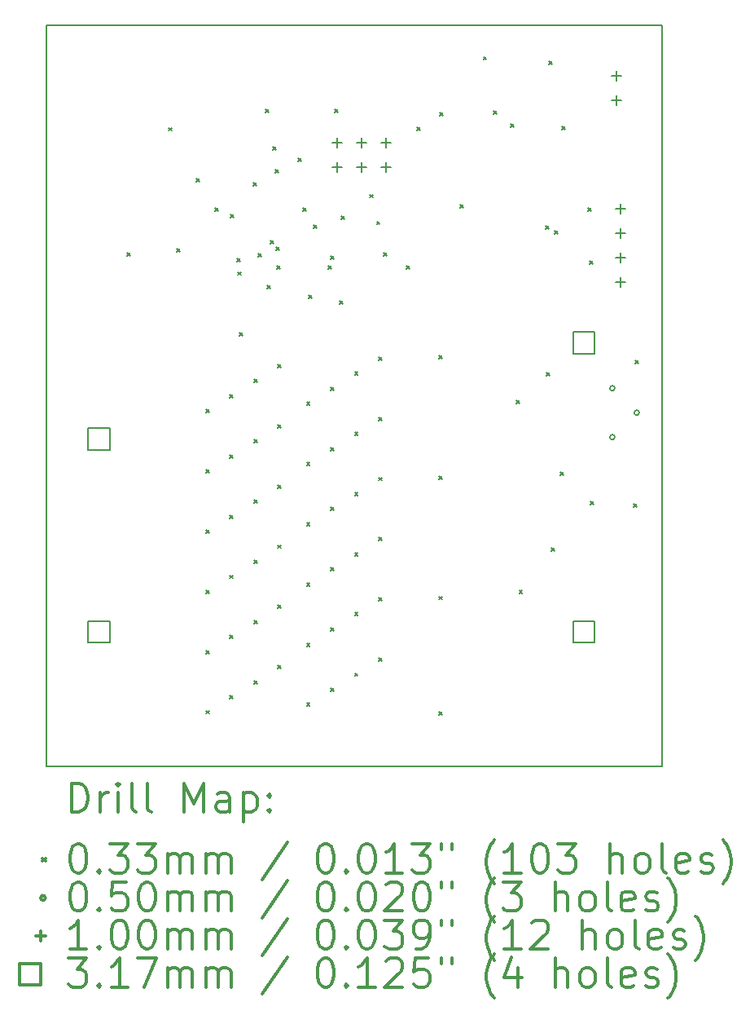
<source format=gbr>
%FSLAX45Y45*%
G04 Gerber Fmt 4.5, Leading zero omitted, Abs format (unit mm)*
G04 Created by KiCad (PCBNEW 4.0.7) date Thu May 24 18:22:39 2018*
%MOMM*%
%LPD*%
G01*
G04 APERTURE LIST*
%ADD10C,0.127000*%
%ADD11C,0.150000*%
%ADD12C,0.200000*%
%ADD13C,0.300000*%
G04 APERTURE END LIST*
D10*
D11*
X6400000Y-12900000D02*
X6400000Y-5200000D01*
X12800000Y-12900000D02*
X6400000Y-12900000D01*
X12800000Y-5200000D02*
X12800000Y-12900000D01*
X6400000Y-5200000D02*
X12800000Y-5200000D01*
D12*
X7238492Y-7563866D02*
X7271512Y-7596886D01*
X7271512Y-7563866D02*
X7238492Y-7596886D01*
X7675880Y-6265418D02*
X7708900Y-6298438D01*
X7708900Y-6265418D02*
X7675880Y-6298438D01*
X7761732Y-7520432D02*
X7794752Y-7553452D01*
X7794752Y-7520432D02*
X7761732Y-7553452D01*
X7958582Y-6793230D02*
X7991602Y-6826250D01*
X7991602Y-6793230D02*
X7958582Y-6826250D01*
X8061452Y-9193490D02*
X8094472Y-9226510D01*
X8094472Y-9193490D02*
X8061452Y-9226510D01*
X8061452Y-9818490D02*
X8094472Y-9851510D01*
X8094472Y-9818490D02*
X8061452Y-9851510D01*
X8061452Y-10443490D02*
X8094472Y-10476510D01*
X8094472Y-10443490D02*
X8061452Y-10476510D01*
X8061452Y-11068490D02*
X8094472Y-11101510D01*
X8094472Y-11068490D02*
X8061452Y-11101510D01*
X8061452Y-11695990D02*
X8094472Y-11729010D01*
X8094472Y-11695990D02*
X8061452Y-11729010D01*
X8061452Y-12318490D02*
X8094472Y-12351510D01*
X8094472Y-12318490D02*
X8061452Y-12351510D01*
X8158226Y-7097014D02*
X8191246Y-7130034D01*
X8191246Y-7097014D02*
X8158226Y-7130034D01*
X8310880Y-9038490D02*
X8343900Y-9071510D01*
X8343900Y-9038490D02*
X8310880Y-9071510D01*
X8310880Y-9663490D02*
X8343900Y-9696510D01*
X8343900Y-9663490D02*
X8310880Y-9696510D01*
X8310880Y-10288490D02*
X8343900Y-10321510D01*
X8343900Y-10288490D02*
X8310880Y-10321510D01*
X8310880Y-10913490D02*
X8343900Y-10946510D01*
X8343900Y-10913490D02*
X8310880Y-10946510D01*
X8310880Y-11538490D02*
X8343900Y-11571510D01*
X8343900Y-11538490D02*
X8310880Y-11571510D01*
X8310880Y-12163490D02*
X8343900Y-12196510D01*
X8343900Y-12163490D02*
X8310880Y-12196510D01*
X8318500Y-7167118D02*
X8351520Y-7200138D01*
X8351520Y-7167118D02*
X8318500Y-7200138D01*
X8386213Y-7624116D02*
X8419233Y-7657136D01*
X8419233Y-7624116D02*
X8386213Y-7657136D01*
X8391778Y-7763811D02*
X8424798Y-7796831D01*
X8424798Y-7763811D02*
X8391778Y-7796831D01*
X8411968Y-8392156D02*
X8444988Y-8425176D01*
X8444988Y-8392156D02*
X8411968Y-8425176D01*
X8552142Y-6837426D02*
X8585162Y-6870446D01*
X8585162Y-6837426D02*
X8552142Y-6870446D01*
X8560562Y-8880348D02*
X8593582Y-8913368D01*
X8593582Y-8880348D02*
X8560562Y-8913368D01*
X8560562Y-9507220D02*
X8593582Y-9540240D01*
X8593582Y-9507220D02*
X8560562Y-9540240D01*
X8560562Y-10130990D02*
X8593582Y-10164010D01*
X8593582Y-10130990D02*
X8560562Y-10164010D01*
X8560562Y-10755990D02*
X8593582Y-10789010D01*
X8593582Y-10755990D02*
X8560562Y-10789010D01*
X8560562Y-11380990D02*
X8593582Y-11414010D01*
X8593582Y-11380990D02*
X8560562Y-11414010D01*
X8560562Y-12005990D02*
X8593582Y-12039010D01*
X8593582Y-12005990D02*
X8560562Y-12039010D01*
X8605266Y-7570216D02*
X8638286Y-7603236D01*
X8638286Y-7570216D02*
X8605266Y-7603236D01*
X8678672Y-6073140D02*
X8711692Y-6106160D01*
X8711692Y-6073140D02*
X8678672Y-6106160D01*
X8696198Y-7900098D02*
X8729218Y-7933118D01*
X8729218Y-7900098D02*
X8696198Y-7933118D01*
X8732558Y-7441205D02*
X8765578Y-7474225D01*
X8765578Y-7441205D02*
X8732558Y-7474225D01*
X8758936Y-6462268D02*
X8791956Y-6495288D01*
X8791956Y-6462268D02*
X8758936Y-6495288D01*
X8783574Y-6702044D02*
X8816594Y-6735064D01*
X8816594Y-6702044D02*
X8783574Y-6735064D01*
X8789967Y-7502280D02*
X8822987Y-7535300D01*
X8822987Y-7502280D02*
X8789967Y-7535300D01*
X8796513Y-7698486D02*
X8829533Y-7731506D01*
X8829533Y-7698486D02*
X8796513Y-7731506D01*
X8810244Y-8725916D02*
X8843264Y-8758936D01*
X8843264Y-8725916D02*
X8810244Y-8758936D01*
X8810244Y-9350248D02*
X8843264Y-9383268D01*
X8843264Y-9350248D02*
X8810244Y-9383268D01*
X8810244Y-9975850D02*
X8843264Y-10008870D01*
X8843264Y-9975850D02*
X8810244Y-10008870D01*
X8810244Y-10600436D02*
X8843264Y-10633456D01*
X8843264Y-10600436D02*
X8810244Y-10633456D01*
X8810244Y-11224514D02*
X8843264Y-11257534D01*
X8843264Y-11224514D02*
X8810244Y-11257534D01*
X8810244Y-11849354D02*
X8843264Y-11882374D01*
X8843264Y-11849354D02*
X8810244Y-11882374D01*
X9022080Y-6579870D02*
X9055100Y-6612890D01*
X9055100Y-6579870D02*
X9022080Y-6612890D01*
X9068054Y-7099046D02*
X9101074Y-7132066D01*
X9101074Y-7099046D02*
X9068054Y-7132066D01*
X9108490Y-9116060D02*
X9141510Y-9149080D01*
X9141510Y-9116060D02*
X9108490Y-9149080D01*
X9108490Y-9740900D02*
X9141510Y-9773920D01*
X9141510Y-9740900D02*
X9108490Y-9773920D01*
X9108490Y-10365740D02*
X9141510Y-10398760D01*
X9141510Y-10365740D02*
X9108490Y-10398760D01*
X9108490Y-10990580D02*
X9141510Y-11023600D01*
X9141510Y-10990580D02*
X9108490Y-11023600D01*
X9108490Y-11616690D02*
X9141510Y-11649710D01*
X9141510Y-11616690D02*
X9108490Y-11649710D01*
X9108490Y-12240260D02*
X9141510Y-12273280D01*
X9141510Y-12240260D02*
X9108490Y-12273280D01*
X9130284Y-8002778D02*
X9163304Y-8035798D01*
X9163304Y-8002778D02*
X9130284Y-8035798D01*
X9180322Y-7278580D02*
X9213342Y-7311600D01*
X9213342Y-7278580D02*
X9180322Y-7311600D01*
X9331960Y-7698486D02*
X9364980Y-7731506D01*
X9364980Y-7698486D02*
X9331960Y-7731506D01*
X9358490Y-8959850D02*
X9391510Y-8992870D01*
X9391510Y-8959850D02*
X9358490Y-8992870D01*
X9358490Y-9584690D02*
X9391510Y-9617710D01*
X9391510Y-9584690D02*
X9358490Y-9617710D01*
X9358490Y-10209530D02*
X9391510Y-10242550D01*
X9391510Y-10209530D02*
X9358490Y-10242550D01*
X9358490Y-10834370D02*
X9391510Y-10867390D01*
X9391510Y-10834370D02*
X9358490Y-10867390D01*
X9358490Y-11459210D02*
X9391510Y-11492230D01*
X9391510Y-11459210D02*
X9358490Y-11492230D01*
X9358490Y-12085320D02*
X9391510Y-12118340D01*
X9391510Y-12085320D02*
X9358490Y-12118340D01*
X9362186Y-7601458D02*
X9395206Y-7634478D01*
X9395206Y-7601458D02*
X9362186Y-7634478D01*
X9403588Y-6073140D02*
X9436608Y-6106160D01*
X9436608Y-6073140D02*
X9403588Y-6106160D01*
X9451594Y-8067548D02*
X9484614Y-8100568D01*
X9484614Y-8067548D02*
X9451594Y-8100568D01*
X9467596Y-7187184D02*
X9500616Y-7220204D01*
X9500616Y-7187184D02*
X9467596Y-7220204D01*
X9608490Y-8803640D02*
X9641510Y-8836660D01*
X9641510Y-8803640D02*
X9608490Y-8836660D01*
X9608490Y-9428480D02*
X9641510Y-9461500D01*
X9641510Y-9428480D02*
X9608490Y-9461500D01*
X9608490Y-10053320D02*
X9641510Y-10086340D01*
X9641510Y-10053320D02*
X9608490Y-10086340D01*
X9608490Y-10679430D02*
X9641510Y-10712450D01*
X9641510Y-10679430D02*
X9608490Y-10712450D01*
X9608490Y-11301730D02*
X9641510Y-11334750D01*
X9641510Y-11301730D02*
X9608490Y-11334750D01*
X9608490Y-11929110D02*
X9641510Y-11962130D01*
X9641510Y-11929110D02*
X9608490Y-11962130D01*
X9762490Y-6959346D02*
X9795510Y-6992366D01*
X9795510Y-6959346D02*
X9762490Y-6992366D01*
X9836912Y-7239000D02*
X9869932Y-7272020D01*
X9869932Y-7239000D02*
X9836912Y-7272020D01*
X9858490Y-8647430D02*
X9891510Y-8680450D01*
X9891510Y-8647430D02*
X9858490Y-8680450D01*
X9858490Y-9272270D02*
X9891510Y-9305290D01*
X9891510Y-9272270D02*
X9858490Y-9305290D01*
X9858490Y-9897110D02*
X9891510Y-9930130D01*
X9891510Y-9897110D02*
X9858490Y-9930130D01*
X9858490Y-10523220D02*
X9891510Y-10556240D01*
X9891510Y-10523220D02*
X9858490Y-10556240D01*
X9858490Y-11148060D02*
X9891510Y-11181080D01*
X9891510Y-11148060D02*
X9858490Y-11181080D01*
X9858490Y-11772900D02*
X9891510Y-11805920D01*
X9891510Y-11772900D02*
X9858490Y-11805920D01*
X9910081Y-7562865D02*
X9943101Y-7595885D01*
X9943101Y-7562865D02*
X9910081Y-7595885D01*
X10143744Y-7698486D02*
X10176764Y-7731506D01*
X10176764Y-7698486D02*
X10143744Y-7731506D01*
X10254488Y-6260846D02*
X10287508Y-6293866D01*
X10287508Y-6260846D02*
X10254488Y-6293866D01*
X10483490Y-8633490D02*
X10516510Y-8666510D01*
X10516510Y-8633490D02*
X10483490Y-8666510D01*
X10483490Y-9883490D02*
X10516510Y-9916510D01*
X10516510Y-9883490D02*
X10483490Y-9916510D01*
X10483490Y-11133490D02*
X10516510Y-11166510D01*
X10516510Y-11133490D02*
X10483490Y-11166510D01*
X10483490Y-12333490D02*
X10516510Y-12366510D01*
X10516510Y-12333490D02*
X10483490Y-12366510D01*
X10491978Y-6107430D02*
X10524998Y-6140450D01*
X10524998Y-6107430D02*
X10491978Y-6140450D01*
X10705084Y-7061454D02*
X10738104Y-7094474D01*
X10738104Y-7061454D02*
X10705084Y-7094474D01*
X10945876Y-5528564D02*
X10978896Y-5561584D01*
X10978896Y-5528564D02*
X10945876Y-5561584D01*
X11052302Y-6089396D02*
X11085322Y-6122416D01*
X11085322Y-6089396D02*
X11052302Y-6122416D01*
X11226038Y-6224524D02*
X11259058Y-6257544D01*
X11259058Y-6224524D02*
X11226038Y-6257544D01*
X11292078Y-9099448D02*
X11325098Y-9132468D01*
X11325098Y-9099448D02*
X11292078Y-9132468D01*
X11318748Y-11072876D02*
X11351768Y-11105896D01*
X11351768Y-11072876D02*
X11318748Y-11105896D01*
X11596624Y-7282942D02*
X11629644Y-7315962D01*
X11629644Y-7282942D02*
X11596624Y-7315962D01*
X11602466Y-8807450D02*
X11635486Y-8840470D01*
X11635486Y-8807450D02*
X11602466Y-8840470D01*
X11625580Y-5573522D02*
X11658600Y-5606542D01*
X11658600Y-5573522D02*
X11625580Y-5606542D01*
X11656060Y-10628122D02*
X11689080Y-10661142D01*
X11689080Y-10628122D02*
X11656060Y-10661142D01*
X11688849Y-7333945D02*
X11721869Y-7366965D01*
X11721869Y-7333945D02*
X11688849Y-7366965D01*
X11742928Y-9841738D02*
X11775948Y-9874758D01*
X11775948Y-9841738D02*
X11742928Y-9874758D01*
X11765534Y-6251956D02*
X11798554Y-6284976D01*
X11798554Y-6251956D02*
X11765534Y-6284976D01*
X12035790Y-7099300D02*
X12068810Y-7132320D01*
X12068810Y-7099300D02*
X12035790Y-7132320D01*
X12047220Y-7647686D02*
X12080240Y-7680706D01*
X12080240Y-7647686D02*
X12047220Y-7680706D01*
X12058904Y-10144506D02*
X12091924Y-10177526D01*
X12091924Y-10144506D02*
X12058904Y-10177526D01*
X12507799Y-10174298D02*
X12540819Y-10207318D01*
X12540819Y-10174298D02*
X12507799Y-10207318D01*
X12526772Y-8684006D02*
X12559792Y-8717026D01*
X12559792Y-8684006D02*
X12526772Y-8717026D01*
X12311742Y-8971026D02*
G75*
G03X12311742Y-8971026I-25000J0D01*
G01*
X12311742Y-9479026D02*
G75*
G03X12311742Y-9479026I-25000J0D01*
G01*
X12565742Y-9225026D02*
G75*
G03X12565742Y-9225026I-25000J0D01*
G01*
X9425432Y-6369342D02*
X9425432Y-6469342D01*
X9375432Y-6419342D02*
X9475432Y-6419342D01*
X9425432Y-6623342D02*
X9425432Y-6723342D01*
X9375432Y-6673342D02*
X9475432Y-6673342D01*
X9679432Y-6369342D02*
X9679432Y-6469342D01*
X9629432Y-6419342D02*
X9729432Y-6419342D01*
X9679432Y-6623342D02*
X9679432Y-6723342D01*
X9629432Y-6673342D02*
X9729432Y-6673342D01*
X9933432Y-6369342D02*
X9933432Y-6469342D01*
X9883432Y-6419342D02*
X9983432Y-6419342D01*
X9933432Y-6623342D02*
X9933432Y-6723342D01*
X9883432Y-6673342D02*
X9983432Y-6673342D01*
X12329922Y-5675160D02*
X12329922Y-5775160D01*
X12279922Y-5725160D02*
X12379922Y-5725160D01*
X12329922Y-5929160D02*
X12329922Y-6029160D01*
X12279922Y-5979160D02*
X12379922Y-5979160D01*
X12371324Y-7054380D02*
X12371324Y-7154380D01*
X12321324Y-7104380D02*
X12421324Y-7104380D01*
X12371324Y-7308380D02*
X12371324Y-7408380D01*
X12321324Y-7358380D02*
X12421324Y-7358380D01*
X12371324Y-7562380D02*
X12371324Y-7662380D01*
X12321324Y-7612380D02*
X12421324Y-7612380D01*
X12371324Y-7816380D02*
X12371324Y-7916380D01*
X12321324Y-7866380D02*
X12421324Y-7866380D01*
X7060764Y-9612254D02*
X7060764Y-9387746D01*
X6836256Y-9387746D01*
X6836256Y-9612254D01*
X7060764Y-9612254D01*
X7060764Y-11612254D02*
X7060764Y-11387746D01*
X6836256Y-11387746D01*
X6836256Y-11612254D01*
X7060764Y-11612254D01*
X12102504Y-8612254D02*
X12102504Y-8387746D01*
X11877996Y-8387746D01*
X11877996Y-8612254D01*
X12102504Y-8612254D01*
X12102504Y-11612254D02*
X12102504Y-11387746D01*
X11877996Y-11387746D01*
X11877996Y-11612254D01*
X12102504Y-11612254D01*
D13*
X6663928Y-13373214D02*
X6663928Y-13073214D01*
X6735357Y-13073214D01*
X6778214Y-13087500D01*
X6806786Y-13116071D01*
X6821071Y-13144643D01*
X6835357Y-13201786D01*
X6835357Y-13244643D01*
X6821071Y-13301786D01*
X6806786Y-13330357D01*
X6778214Y-13358929D01*
X6735357Y-13373214D01*
X6663928Y-13373214D01*
X6963928Y-13373214D02*
X6963928Y-13173214D01*
X6963928Y-13230357D02*
X6978214Y-13201786D01*
X6992500Y-13187500D01*
X7021071Y-13173214D01*
X7049643Y-13173214D01*
X7149643Y-13373214D02*
X7149643Y-13173214D01*
X7149643Y-13073214D02*
X7135357Y-13087500D01*
X7149643Y-13101786D01*
X7163928Y-13087500D01*
X7149643Y-13073214D01*
X7149643Y-13101786D01*
X7335357Y-13373214D02*
X7306786Y-13358929D01*
X7292500Y-13330357D01*
X7292500Y-13073214D01*
X7492500Y-13373214D02*
X7463928Y-13358929D01*
X7449643Y-13330357D01*
X7449643Y-13073214D01*
X7835357Y-13373214D02*
X7835357Y-13073214D01*
X7935357Y-13287500D01*
X8035357Y-13073214D01*
X8035357Y-13373214D01*
X8306786Y-13373214D02*
X8306786Y-13216071D01*
X8292500Y-13187500D01*
X8263928Y-13173214D01*
X8206786Y-13173214D01*
X8178214Y-13187500D01*
X8306786Y-13358929D02*
X8278214Y-13373214D01*
X8206786Y-13373214D01*
X8178214Y-13358929D01*
X8163928Y-13330357D01*
X8163928Y-13301786D01*
X8178214Y-13273214D01*
X8206786Y-13258929D01*
X8278214Y-13258929D01*
X8306786Y-13244643D01*
X8449643Y-13173214D02*
X8449643Y-13473214D01*
X8449643Y-13187500D02*
X8478214Y-13173214D01*
X8535357Y-13173214D01*
X8563929Y-13187500D01*
X8578214Y-13201786D01*
X8592500Y-13230357D01*
X8592500Y-13316071D01*
X8578214Y-13344643D01*
X8563929Y-13358929D01*
X8535357Y-13373214D01*
X8478214Y-13373214D01*
X8449643Y-13358929D01*
X8721071Y-13344643D02*
X8735357Y-13358929D01*
X8721071Y-13373214D01*
X8706786Y-13358929D01*
X8721071Y-13344643D01*
X8721071Y-13373214D01*
X8721071Y-13187500D02*
X8735357Y-13201786D01*
X8721071Y-13216071D01*
X8706786Y-13201786D01*
X8721071Y-13187500D01*
X8721071Y-13216071D01*
X6359480Y-13850990D02*
X6392500Y-13884010D01*
X6392500Y-13850990D02*
X6359480Y-13884010D01*
X6721071Y-13703214D02*
X6749643Y-13703214D01*
X6778214Y-13717500D01*
X6792500Y-13731786D01*
X6806786Y-13760357D01*
X6821071Y-13817500D01*
X6821071Y-13888929D01*
X6806786Y-13946071D01*
X6792500Y-13974643D01*
X6778214Y-13988929D01*
X6749643Y-14003214D01*
X6721071Y-14003214D01*
X6692500Y-13988929D01*
X6678214Y-13974643D01*
X6663928Y-13946071D01*
X6649643Y-13888929D01*
X6649643Y-13817500D01*
X6663928Y-13760357D01*
X6678214Y-13731786D01*
X6692500Y-13717500D01*
X6721071Y-13703214D01*
X6949643Y-13974643D02*
X6963928Y-13988929D01*
X6949643Y-14003214D01*
X6935357Y-13988929D01*
X6949643Y-13974643D01*
X6949643Y-14003214D01*
X7063928Y-13703214D02*
X7249643Y-13703214D01*
X7149643Y-13817500D01*
X7192500Y-13817500D01*
X7221071Y-13831786D01*
X7235357Y-13846071D01*
X7249643Y-13874643D01*
X7249643Y-13946071D01*
X7235357Y-13974643D01*
X7221071Y-13988929D01*
X7192500Y-14003214D01*
X7106786Y-14003214D01*
X7078214Y-13988929D01*
X7063928Y-13974643D01*
X7349643Y-13703214D02*
X7535357Y-13703214D01*
X7435357Y-13817500D01*
X7478214Y-13817500D01*
X7506786Y-13831786D01*
X7521071Y-13846071D01*
X7535357Y-13874643D01*
X7535357Y-13946071D01*
X7521071Y-13974643D01*
X7506786Y-13988929D01*
X7478214Y-14003214D01*
X7392500Y-14003214D01*
X7363928Y-13988929D01*
X7349643Y-13974643D01*
X7663928Y-14003214D02*
X7663928Y-13803214D01*
X7663928Y-13831786D02*
X7678214Y-13817500D01*
X7706786Y-13803214D01*
X7749643Y-13803214D01*
X7778214Y-13817500D01*
X7792500Y-13846071D01*
X7792500Y-14003214D01*
X7792500Y-13846071D02*
X7806786Y-13817500D01*
X7835357Y-13803214D01*
X7878214Y-13803214D01*
X7906786Y-13817500D01*
X7921071Y-13846071D01*
X7921071Y-14003214D01*
X8063928Y-14003214D02*
X8063928Y-13803214D01*
X8063928Y-13831786D02*
X8078214Y-13817500D01*
X8106786Y-13803214D01*
X8149643Y-13803214D01*
X8178214Y-13817500D01*
X8192500Y-13846071D01*
X8192500Y-14003214D01*
X8192500Y-13846071D02*
X8206786Y-13817500D01*
X8235357Y-13803214D01*
X8278214Y-13803214D01*
X8306786Y-13817500D01*
X8321071Y-13846071D01*
X8321071Y-14003214D01*
X8906786Y-13688929D02*
X8649643Y-14074643D01*
X9292500Y-13703214D02*
X9321071Y-13703214D01*
X9349643Y-13717500D01*
X9363928Y-13731786D01*
X9378214Y-13760357D01*
X9392500Y-13817500D01*
X9392500Y-13888929D01*
X9378214Y-13946071D01*
X9363928Y-13974643D01*
X9349643Y-13988929D01*
X9321071Y-14003214D01*
X9292500Y-14003214D01*
X9263928Y-13988929D01*
X9249643Y-13974643D01*
X9235357Y-13946071D01*
X9221071Y-13888929D01*
X9221071Y-13817500D01*
X9235357Y-13760357D01*
X9249643Y-13731786D01*
X9263928Y-13717500D01*
X9292500Y-13703214D01*
X9521071Y-13974643D02*
X9535357Y-13988929D01*
X9521071Y-14003214D01*
X9506786Y-13988929D01*
X9521071Y-13974643D01*
X9521071Y-14003214D01*
X9721071Y-13703214D02*
X9749643Y-13703214D01*
X9778214Y-13717500D01*
X9792500Y-13731786D01*
X9806786Y-13760357D01*
X9821071Y-13817500D01*
X9821071Y-13888929D01*
X9806786Y-13946071D01*
X9792500Y-13974643D01*
X9778214Y-13988929D01*
X9749643Y-14003214D01*
X9721071Y-14003214D01*
X9692500Y-13988929D01*
X9678214Y-13974643D01*
X9663928Y-13946071D01*
X9649643Y-13888929D01*
X9649643Y-13817500D01*
X9663928Y-13760357D01*
X9678214Y-13731786D01*
X9692500Y-13717500D01*
X9721071Y-13703214D01*
X10106786Y-14003214D02*
X9935357Y-14003214D01*
X10021071Y-14003214D02*
X10021071Y-13703214D01*
X9992500Y-13746071D01*
X9963928Y-13774643D01*
X9935357Y-13788929D01*
X10206786Y-13703214D02*
X10392500Y-13703214D01*
X10292500Y-13817500D01*
X10335357Y-13817500D01*
X10363928Y-13831786D01*
X10378214Y-13846071D01*
X10392500Y-13874643D01*
X10392500Y-13946071D01*
X10378214Y-13974643D01*
X10363928Y-13988929D01*
X10335357Y-14003214D01*
X10249643Y-14003214D01*
X10221071Y-13988929D01*
X10206786Y-13974643D01*
X10506786Y-13703214D02*
X10506786Y-13760357D01*
X10621071Y-13703214D02*
X10621071Y-13760357D01*
X11063928Y-14117500D02*
X11049643Y-14103214D01*
X11021071Y-14060357D01*
X11006786Y-14031786D01*
X10992500Y-13988929D01*
X10978214Y-13917500D01*
X10978214Y-13860357D01*
X10992500Y-13788929D01*
X11006786Y-13746071D01*
X11021071Y-13717500D01*
X11049643Y-13674643D01*
X11063928Y-13660357D01*
X11335357Y-14003214D02*
X11163928Y-14003214D01*
X11249643Y-14003214D02*
X11249643Y-13703214D01*
X11221071Y-13746071D01*
X11192500Y-13774643D01*
X11163928Y-13788929D01*
X11521071Y-13703214D02*
X11549643Y-13703214D01*
X11578214Y-13717500D01*
X11592500Y-13731786D01*
X11606785Y-13760357D01*
X11621071Y-13817500D01*
X11621071Y-13888929D01*
X11606785Y-13946071D01*
X11592500Y-13974643D01*
X11578214Y-13988929D01*
X11549643Y-14003214D01*
X11521071Y-14003214D01*
X11492500Y-13988929D01*
X11478214Y-13974643D01*
X11463928Y-13946071D01*
X11449643Y-13888929D01*
X11449643Y-13817500D01*
X11463928Y-13760357D01*
X11478214Y-13731786D01*
X11492500Y-13717500D01*
X11521071Y-13703214D01*
X11721071Y-13703214D02*
X11906785Y-13703214D01*
X11806785Y-13817500D01*
X11849643Y-13817500D01*
X11878214Y-13831786D01*
X11892500Y-13846071D01*
X11906785Y-13874643D01*
X11906785Y-13946071D01*
X11892500Y-13974643D01*
X11878214Y-13988929D01*
X11849643Y-14003214D01*
X11763928Y-14003214D01*
X11735357Y-13988929D01*
X11721071Y-13974643D01*
X12263928Y-14003214D02*
X12263928Y-13703214D01*
X12392500Y-14003214D02*
X12392500Y-13846071D01*
X12378214Y-13817500D01*
X12349643Y-13803214D01*
X12306785Y-13803214D01*
X12278214Y-13817500D01*
X12263928Y-13831786D01*
X12578214Y-14003214D02*
X12549643Y-13988929D01*
X12535357Y-13974643D01*
X12521071Y-13946071D01*
X12521071Y-13860357D01*
X12535357Y-13831786D01*
X12549643Y-13817500D01*
X12578214Y-13803214D01*
X12621071Y-13803214D01*
X12649643Y-13817500D01*
X12663928Y-13831786D01*
X12678214Y-13860357D01*
X12678214Y-13946071D01*
X12663928Y-13974643D01*
X12649643Y-13988929D01*
X12621071Y-14003214D01*
X12578214Y-14003214D01*
X12849643Y-14003214D02*
X12821071Y-13988929D01*
X12806786Y-13960357D01*
X12806786Y-13703214D01*
X13078214Y-13988929D02*
X13049643Y-14003214D01*
X12992500Y-14003214D01*
X12963928Y-13988929D01*
X12949643Y-13960357D01*
X12949643Y-13846071D01*
X12963928Y-13817500D01*
X12992500Y-13803214D01*
X13049643Y-13803214D01*
X13078214Y-13817500D01*
X13092500Y-13846071D01*
X13092500Y-13874643D01*
X12949643Y-13903214D01*
X13206786Y-13988929D02*
X13235357Y-14003214D01*
X13292500Y-14003214D01*
X13321071Y-13988929D01*
X13335357Y-13960357D01*
X13335357Y-13946071D01*
X13321071Y-13917500D01*
X13292500Y-13903214D01*
X13249643Y-13903214D01*
X13221071Y-13888929D01*
X13206786Y-13860357D01*
X13206786Y-13846071D01*
X13221071Y-13817500D01*
X13249643Y-13803214D01*
X13292500Y-13803214D01*
X13321071Y-13817500D01*
X13435357Y-14117500D02*
X13449643Y-14103214D01*
X13478214Y-14060357D01*
X13492500Y-14031786D01*
X13506786Y-13988929D01*
X13521071Y-13917500D01*
X13521071Y-13860357D01*
X13506786Y-13788929D01*
X13492500Y-13746071D01*
X13478214Y-13717500D01*
X13449643Y-13674643D01*
X13435357Y-13660357D01*
X6392500Y-14263500D02*
G75*
G03X6392500Y-14263500I-25000J0D01*
G01*
X6721071Y-14099214D02*
X6749643Y-14099214D01*
X6778214Y-14113500D01*
X6792500Y-14127786D01*
X6806786Y-14156357D01*
X6821071Y-14213500D01*
X6821071Y-14284929D01*
X6806786Y-14342071D01*
X6792500Y-14370643D01*
X6778214Y-14384929D01*
X6749643Y-14399214D01*
X6721071Y-14399214D01*
X6692500Y-14384929D01*
X6678214Y-14370643D01*
X6663928Y-14342071D01*
X6649643Y-14284929D01*
X6649643Y-14213500D01*
X6663928Y-14156357D01*
X6678214Y-14127786D01*
X6692500Y-14113500D01*
X6721071Y-14099214D01*
X6949643Y-14370643D02*
X6963928Y-14384929D01*
X6949643Y-14399214D01*
X6935357Y-14384929D01*
X6949643Y-14370643D01*
X6949643Y-14399214D01*
X7235357Y-14099214D02*
X7092500Y-14099214D01*
X7078214Y-14242071D01*
X7092500Y-14227786D01*
X7121071Y-14213500D01*
X7192500Y-14213500D01*
X7221071Y-14227786D01*
X7235357Y-14242071D01*
X7249643Y-14270643D01*
X7249643Y-14342071D01*
X7235357Y-14370643D01*
X7221071Y-14384929D01*
X7192500Y-14399214D01*
X7121071Y-14399214D01*
X7092500Y-14384929D01*
X7078214Y-14370643D01*
X7435357Y-14099214D02*
X7463928Y-14099214D01*
X7492500Y-14113500D01*
X7506786Y-14127786D01*
X7521071Y-14156357D01*
X7535357Y-14213500D01*
X7535357Y-14284929D01*
X7521071Y-14342071D01*
X7506786Y-14370643D01*
X7492500Y-14384929D01*
X7463928Y-14399214D01*
X7435357Y-14399214D01*
X7406786Y-14384929D01*
X7392500Y-14370643D01*
X7378214Y-14342071D01*
X7363928Y-14284929D01*
X7363928Y-14213500D01*
X7378214Y-14156357D01*
X7392500Y-14127786D01*
X7406786Y-14113500D01*
X7435357Y-14099214D01*
X7663928Y-14399214D02*
X7663928Y-14199214D01*
X7663928Y-14227786D02*
X7678214Y-14213500D01*
X7706786Y-14199214D01*
X7749643Y-14199214D01*
X7778214Y-14213500D01*
X7792500Y-14242071D01*
X7792500Y-14399214D01*
X7792500Y-14242071D02*
X7806786Y-14213500D01*
X7835357Y-14199214D01*
X7878214Y-14199214D01*
X7906786Y-14213500D01*
X7921071Y-14242071D01*
X7921071Y-14399214D01*
X8063928Y-14399214D02*
X8063928Y-14199214D01*
X8063928Y-14227786D02*
X8078214Y-14213500D01*
X8106786Y-14199214D01*
X8149643Y-14199214D01*
X8178214Y-14213500D01*
X8192500Y-14242071D01*
X8192500Y-14399214D01*
X8192500Y-14242071D02*
X8206786Y-14213500D01*
X8235357Y-14199214D01*
X8278214Y-14199214D01*
X8306786Y-14213500D01*
X8321071Y-14242071D01*
X8321071Y-14399214D01*
X8906786Y-14084929D02*
X8649643Y-14470643D01*
X9292500Y-14099214D02*
X9321071Y-14099214D01*
X9349643Y-14113500D01*
X9363928Y-14127786D01*
X9378214Y-14156357D01*
X9392500Y-14213500D01*
X9392500Y-14284929D01*
X9378214Y-14342071D01*
X9363928Y-14370643D01*
X9349643Y-14384929D01*
X9321071Y-14399214D01*
X9292500Y-14399214D01*
X9263928Y-14384929D01*
X9249643Y-14370643D01*
X9235357Y-14342071D01*
X9221071Y-14284929D01*
X9221071Y-14213500D01*
X9235357Y-14156357D01*
X9249643Y-14127786D01*
X9263928Y-14113500D01*
X9292500Y-14099214D01*
X9521071Y-14370643D02*
X9535357Y-14384929D01*
X9521071Y-14399214D01*
X9506786Y-14384929D01*
X9521071Y-14370643D01*
X9521071Y-14399214D01*
X9721071Y-14099214D02*
X9749643Y-14099214D01*
X9778214Y-14113500D01*
X9792500Y-14127786D01*
X9806786Y-14156357D01*
X9821071Y-14213500D01*
X9821071Y-14284929D01*
X9806786Y-14342071D01*
X9792500Y-14370643D01*
X9778214Y-14384929D01*
X9749643Y-14399214D01*
X9721071Y-14399214D01*
X9692500Y-14384929D01*
X9678214Y-14370643D01*
X9663928Y-14342071D01*
X9649643Y-14284929D01*
X9649643Y-14213500D01*
X9663928Y-14156357D01*
X9678214Y-14127786D01*
X9692500Y-14113500D01*
X9721071Y-14099214D01*
X9935357Y-14127786D02*
X9949643Y-14113500D01*
X9978214Y-14099214D01*
X10049643Y-14099214D01*
X10078214Y-14113500D01*
X10092500Y-14127786D01*
X10106786Y-14156357D01*
X10106786Y-14184929D01*
X10092500Y-14227786D01*
X9921071Y-14399214D01*
X10106786Y-14399214D01*
X10292500Y-14099214D02*
X10321071Y-14099214D01*
X10349643Y-14113500D01*
X10363928Y-14127786D01*
X10378214Y-14156357D01*
X10392500Y-14213500D01*
X10392500Y-14284929D01*
X10378214Y-14342071D01*
X10363928Y-14370643D01*
X10349643Y-14384929D01*
X10321071Y-14399214D01*
X10292500Y-14399214D01*
X10263928Y-14384929D01*
X10249643Y-14370643D01*
X10235357Y-14342071D01*
X10221071Y-14284929D01*
X10221071Y-14213500D01*
X10235357Y-14156357D01*
X10249643Y-14127786D01*
X10263928Y-14113500D01*
X10292500Y-14099214D01*
X10506786Y-14099214D02*
X10506786Y-14156357D01*
X10621071Y-14099214D02*
X10621071Y-14156357D01*
X11063928Y-14513500D02*
X11049643Y-14499214D01*
X11021071Y-14456357D01*
X11006786Y-14427786D01*
X10992500Y-14384929D01*
X10978214Y-14313500D01*
X10978214Y-14256357D01*
X10992500Y-14184929D01*
X11006786Y-14142071D01*
X11021071Y-14113500D01*
X11049643Y-14070643D01*
X11063928Y-14056357D01*
X11149643Y-14099214D02*
X11335357Y-14099214D01*
X11235357Y-14213500D01*
X11278214Y-14213500D01*
X11306785Y-14227786D01*
X11321071Y-14242071D01*
X11335357Y-14270643D01*
X11335357Y-14342071D01*
X11321071Y-14370643D01*
X11306785Y-14384929D01*
X11278214Y-14399214D01*
X11192500Y-14399214D01*
X11163928Y-14384929D01*
X11149643Y-14370643D01*
X11692500Y-14399214D02*
X11692500Y-14099214D01*
X11821071Y-14399214D02*
X11821071Y-14242071D01*
X11806785Y-14213500D01*
X11778214Y-14199214D01*
X11735357Y-14199214D01*
X11706785Y-14213500D01*
X11692500Y-14227786D01*
X12006785Y-14399214D02*
X11978214Y-14384929D01*
X11963928Y-14370643D01*
X11949643Y-14342071D01*
X11949643Y-14256357D01*
X11963928Y-14227786D01*
X11978214Y-14213500D01*
X12006785Y-14199214D01*
X12049643Y-14199214D01*
X12078214Y-14213500D01*
X12092500Y-14227786D01*
X12106785Y-14256357D01*
X12106785Y-14342071D01*
X12092500Y-14370643D01*
X12078214Y-14384929D01*
X12049643Y-14399214D01*
X12006785Y-14399214D01*
X12278214Y-14399214D02*
X12249643Y-14384929D01*
X12235357Y-14356357D01*
X12235357Y-14099214D01*
X12506786Y-14384929D02*
X12478214Y-14399214D01*
X12421071Y-14399214D01*
X12392500Y-14384929D01*
X12378214Y-14356357D01*
X12378214Y-14242071D01*
X12392500Y-14213500D01*
X12421071Y-14199214D01*
X12478214Y-14199214D01*
X12506786Y-14213500D01*
X12521071Y-14242071D01*
X12521071Y-14270643D01*
X12378214Y-14299214D01*
X12635357Y-14384929D02*
X12663928Y-14399214D01*
X12721071Y-14399214D01*
X12749643Y-14384929D01*
X12763928Y-14356357D01*
X12763928Y-14342071D01*
X12749643Y-14313500D01*
X12721071Y-14299214D01*
X12678214Y-14299214D01*
X12649643Y-14284929D01*
X12635357Y-14256357D01*
X12635357Y-14242071D01*
X12649643Y-14213500D01*
X12678214Y-14199214D01*
X12721071Y-14199214D01*
X12749643Y-14213500D01*
X12863928Y-14513500D02*
X12878214Y-14499214D01*
X12906786Y-14456357D01*
X12921071Y-14427786D01*
X12935357Y-14384929D01*
X12949643Y-14313500D01*
X12949643Y-14256357D01*
X12935357Y-14184929D01*
X12921071Y-14142071D01*
X12906786Y-14113500D01*
X12878214Y-14070643D01*
X12863928Y-14056357D01*
X6342500Y-14609500D02*
X6342500Y-14709500D01*
X6292500Y-14659500D02*
X6392500Y-14659500D01*
X6821071Y-14795214D02*
X6649643Y-14795214D01*
X6735357Y-14795214D02*
X6735357Y-14495214D01*
X6706786Y-14538071D01*
X6678214Y-14566643D01*
X6649643Y-14580929D01*
X6949643Y-14766643D02*
X6963928Y-14780929D01*
X6949643Y-14795214D01*
X6935357Y-14780929D01*
X6949643Y-14766643D01*
X6949643Y-14795214D01*
X7149643Y-14495214D02*
X7178214Y-14495214D01*
X7206786Y-14509500D01*
X7221071Y-14523786D01*
X7235357Y-14552357D01*
X7249643Y-14609500D01*
X7249643Y-14680929D01*
X7235357Y-14738071D01*
X7221071Y-14766643D01*
X7206786Y-14780929D01*
X7178214Y-14795214D01*
X7149643Y-14795214D01*
X7121071Y-14780929D01*
X7106786Y-14766643D01*
X7092500Y-14738071D01*
X7078214Y-14680929D01*
X7078214Y-14609500D01*
X7092500Y-14552357D01*
X7106786Y-14523786D01*
X7121071Y-14509500D01*
X7149643Y-14495214D01*
X7435357Y-14495214D02*
X7463928Y-14495214D01*
X7492500Y-14509500D01*
X7506786Y-14523786D01*
X7521071Y-14552357D01*
X7535357Y-14609500D01*
X7535357Y-14680929D01*
X7521071Y-14738071D01*
X7506786Y-14766643D01*
X7492500Y-14780929D01*
X7463928Y-14795214D01*
X7435357Y-14795214D01*
X7406786Y-14780929D01*
X7392500Y-14766643D01*
X7378214Y-14738071D01*
X7363928Y-14680929D01*
X7363928Y-14609500D01*
X7378214Y-14552357D01*
X7392500Y-14523786D01*
X7406786Y-14509500D01*
X7435357Y-14495214D01*
X7663928Y-14795214D02*
X7663928Y-14595214D01*
X7663928Y-14623786D02*
X7678214Y-14609500D01*
X7706786Y-14595214D01*
X7749643Y-14595214D01*
X7778214Y-14609500D01*
X7792500Y-14638071D01*
X7792500Y-14795214D01*
X7792500Y-14638071D02*
X7806786Y-14609500D01*
X7835357Y-14595214D01*
X7878214Y-14595214D01*
X7906786Y-14609500D01*
X7921071Y-14638071D01*
X7921071Y-14795214D01*
X8063928Y-14795214D02*
X8063928Y-14595214D01*
X8063928Y-14623786D02*
X8078214Y-14609500D01*
X8106786Y-14595214D01*
X8149643Y-14595214D01*
X8178214Y-14609500D01*
X8192500Y-14638071D01*
X8192500Y-14795214D01*
X8192500Y-14638071D02*
X8206786Y-14609500D01*
X8235357Y-14595214D01*
X8278214Y-14595214D01*
X8306786Y-14609500D01*
X8321071Y-14638071D01*
X8321071Y-14795214D01*
X8906786Y-14480929D02*
X8649643Y-14866643D01*
X9292500Y-14495214D02*
X9321071Y-14495214D01*
X9349643Y-14509500D01*
X9363928Y-14523786D01*
X9378214Y-14552357D01*
X9392500Y-14609500D01*
X9392500Y-14680929D01*
X9378214Y-14738071D01*
X9363928Y-14766643D01*
X9349643Y-14780929D01*
X9321071Y-14795214D01*
X9292500Y-14795214D01*
X9263928Y-14780929D01*
X9249643Y-14766643D01*
X9235357Y-14738071D01*
X9221071Y-14680929D01*
X9221071Y-14609500D01*
X9235357Y-14552357D01*
X9249643Y-14523786D01*
X9263928Y-14509500D01*
X9292500Y-14495214D01*
X9521071Y-14766643D02*
X9535357Y-14780929D01*
X9521071Y-14795214D01*
X9506786Y-14780929D01*
X9521071Y-14766643D01*
X9521071Y-14795214D01*
X9721071Y-14495214D02*
X9749643Y-14495214D01*
X9778214Y-14509500D01*
X9792500Y-14523786D01*
X9806786Y-14552357D01*
X9821071Y-14609500D01*
X9821071Y-14680929D01*
X9806786Y-14738071D01*
X9792500Y-14766643D01*
X9778214Y-14780929D01*
X9749643Y-14795214D01*
X9721071Y-14795214D01*
X9692500Y-14780929D01*
X9678214Y-14766643D01*
X9663928Y-14738071D01*
X9649643Y-14680929D01*
X9649643Y-14609500D01*
X9663928Y-14552357D01*
X9678214Y-14523786D01*
X9692500Y-14509500D01*
X9721071Y-14495214D01*
X9921071Y-14495214D02*
X10106786Y-14495214D01*
X10006786Y-14609500D01*
X10049643Y-14609500D01*
X10078214Y-14623786D01*
X10092500Y-14638071D01*
X10106786Y-14666643D01*
X10106786Y-14738071D01*
X10092500Y-14766643D01*
X10078214Y-14780929D01*
X10049643Y-14795214D01*
X9963928Y-14795214D01*
X9935357Y-14780929D01*
X9921071Y-14766643D01*
X10249643Y-14795214D02*
X10306786Y-14795214D01*
X10335357Y-14780929D01*
X10349643Y-14766643D01*
X10378214Y-14723786D01*
X10392500Y-14666643D01*
X10392500Y-14552357D01*
X10378214Y-14523786D01*
X10363928Y-14509500D01*
X10335357Y-14495214D01*
X10278214Y-14495214D01*
X10249643Y-14509500D01*
X10235357Y-14523786D01*
X10221071Y-14552357D01*
X10221071Y-14623786D01*
X10235357Y-14652357D01*
X10249643Y-14666643D01*
X10278214Y-14680929D01*
X10335357Y-14680929D01*
X10363928Y-14666643D01*
X10378214Y-14652357D01*
X10392500Y-14623786D01*
X10506786Y-14495214D02*
X10506786Y-14552357D01*
X10621071Y-14495214D02*
X10621071Y-14552357D01*
X11063928Y-14909500D02*
X11049643Y-14895214D01*
X11021071Y-14852357D01*
X11006786Y-14823786D01*
X10992500Y-14780929D01*
X10978214Y-14709500D01*
X10978214Y-14652357D01*
X10992500Y-14580929D01*
X11006786Y-14538071D01*
X11021071Y-14509500D01*
X11049643Y-14466643D01*
X11063928Y-14452357D01*
X11335357Y-14795214D02*
X11163928Y-14795214D01*
X11249643Y-14795214D02*
X11249643Y-14495214D01*
X11221071Y-14538071D01*
X11192500Y-14566643D01*
X11163928Y-14580929D01*
X11449643Y-14523786D02*
X11463928Y-14509500D01*
X11492500Y-14495214D01*
X11563928Y-14495214D01*
X11592500Y-14509500D01*
X11606785Y-14523786D01*
X11621071Y-14552357D01*
X11621071Y-14580929D01*
X11606785Y-14623786D01*
X11435357Y-14795214D01*
X11621071Y-14795214D01*
X11978214Y-14795214D02*
X11978214Y-14495214D01*
X12106785Y-14795214D02*
X12106785Y-14638071D01*
X12092500Y-14609500D01*
X12063928Y-14595214D01*
X12021071Y-14595214D01*
X11992500Y-14609500D01*
X11978214Y-14623786D01*
X12292500Y-14795214D02*
X12263928Y-14780929D01*
X12249643Y-14766643D01*
X12235357Y-14738071D01*
X12235357Y-14652357D01*
X12249643Y-14623786D01*
X12263928Y-14609500D01*
X12292500Y-14595214D01*
X12335357Y-14595214D01*
X12363928Y-14609500D01*
X12378214Y-14623786D01*
X12392500Y-14652357D01*
X12392500Y-14738071D01*
X12378214Y-14766643D01*
X12363928Y-14780929D01*
X12335357Y-14795214D01*
X12292500Y-14795214D01*
X12563928Y-14795214D02*
X12535357Y-14780929D01*
X12521071Y-14752357D01*
X12521071Y-14495214D01*
X12792500Y-14780929D02*
X12763928Y-14795214D01*
X12706786Y-14795214D01*
X12678214Y-14780929D01*
X12663928Y-14752357D01*
X12663928Y-14638071D01*
X12678214Y-14609500D01*
X12706786Y-14595214D01*
X12763928Y-14595214D01*
X12792500Y-14609500D01*
X12806786Y-14638071D01*
X12806786Y-14666643D01*
X12663928Y-14695214D01*
X12921071Y-14780929D02*
X12949643Y-14795214D01*
X13006786Y-14795214D01*
X13035357Y-14780929D01*
X13049643Y-14752357D01*
X13049643Y-14738071D01*
X13035357Y-14709500D01*
X13006786Y-14695214D01*
X12963928Y-14695214D01*
X12935357Y-14680929D01*
X12921071Y-14652357D01*
X12921071Y-14638071D01*
X12935357Y-14609500D01*
X12963928Y-14595214D01*
X13006786Y-14595214D01*
X13035357Y-14609500D01*
X13149643Y-14909500D02*
X13163928Y-14895214D01*
X13192500Y-14852357D01*
X13206786Y-14823786D01*
X13221071Y-14780929D01*
X13235357Y-14709500D01*
X13235357Y-14652357D01*
X13221071Y-14580929D01*
X13206786Y-14538071D01*
X13192500Y-14509500D01*
X13163928Y-14466643D01*
X13149643Y-14452357D01*
X6346004Y-15167754D02*
X6346004Y-14943246D01*
X6121496Y-14943246D01*
X6121496Y-15167754D01*
X6346004Y-15167754D01*
X6635357Y-14891214D02*
X6821071Y-14891214D01*
X6721071Y-15005500D01*
X6763928Y-15005500D01*
X6792500Y-15019786D01*
X6806786Y-15034071D01*
X6821071Y-15062643D01*
X6821071Y-15134071D01*
X6806786Y-15162643D01*
X6792500Y-15176929D01*
X6763928Y-15191214D01*
X6678214Y-15191214D01*
X6649643Y-15176929D01*
X6635357Y-15162643D01*
X6949643Y-15162643D02*
X6963928Y-15176929D01*
X6949643Y-15191214D01*
X6935357Y-15176929D01*
X6949643Y-15162643D01*
X6949643Y-15191214D01*
X7249643Y-15191214D02*
X7078214Y-15191214D01*
X7163928Y-15191214D02*
X7163928Y-14891214D01*
X7135357Y-14934071D01*
X7106786Y-14962643D01*
X7078214Y-14976929D01*
X7349643Y-14891214D02*
X7549643Y-14891214D01*
X7421071Y-15191214D01*
X7663928Y-15191214D02*
X7663928Y-14991214D01*
X7663928Y-15019786D02*
X7678214Y-15005500D01*
X7706786Y-14991214D01*
X7749643Y-14991214D01*
X7778214Y-15005500D01*
X7792500Y-15034071D01*
X7792500Y-15191214D01*
X7792500Y-15034071D02*
X7806786Y-15005500D01*
X7835357Y-14991214D01*
X7878214Y-14991214D01*
X7906786Y-15005500D01*
X7921071Y-15034071D01*
X7921071Y-15191214D01*
X8063928Y-15191214D02*
X8063928Y-14991214D01*
X8063928Y-15019786D02*
X8078214Y-15005500D01*
X8106786Y-14991214D01*
X8149643Y-14991214D01*
X8178214Y-15005500D01*
X8192500Y-15034071D01*
X8192500Y-15191214D01*
X8192500Y-15034071D02*
X8206786Y-15005500D01*
X8235357Y-14991214D01*
X8278214Y-14991214D01*
X8306786Y-15005500D01*
X8321071Y-15034071D01*
X8321071Y-15191214D01*
X8906786Y-14876929D02*
X8649643Y-15262643D01*
X9292500Y-14891214D02*
X9321071Y-14891214D01*
X9349643Y-14905500D01*
X9363928Y-14919786D01*
X9378214Y-14948357D01*
X9392500Y-15005500D01*
X9392500Y-15076929D01*
X9378214Y-15134071D01*
X9363928Y-15162643D01*
X9349643Y-15176929D01*
X9321071Y-15191214D01*
X9292500Y-15191214D01*
X9263928Y-15176929D01*
X9249643Y-15162643D01*
X9235357Y-15134071D01*
X9221071Y-15076929D01*
X9221071Y-15005500D01*
X9235357Y-14948357D01*
X9249643Y-14919786D01*
X9263928Y-14905500D01*
X9292500Y-14891214D01*
X9521071Y-15162643D02*
X9535357Y-15176929D01*
X9521071Y-15191214D01*
X9506786Y-15176929D01*
X9521071Y-15162643D01*
X9521071Y-15191214D01*
X9821071Y-15191214D02*
X9649643Y-15191214D01*
X9735357Y-15191214D02*
X9735357Y-14891214D01*
X9706786Y-14934071D01*
X9678214Y-14962643D01*
X9649643Y-14976929D01*
X9935357Y-14919786D02*
X9949643Y-14905500D01*
X9978214Y-14891214D01*
X10049643Y-14891214D01*
X10078214Y-14905500D01*
X10092500Y-14919786D01*
X10106786Y-14948357D01*
X10106786Y-14976929D01*
X10092500Y-15019786D01*
X9921071Y-15191214D01*
X10106786Y-15191214D01*
X10378214Y-14891214D02*
X10235357Y-14891214D01*
X10221071Y-15034071D01*
X10235357Y-15019786D01*
X10263928Y-15005500D01*
X10335357Y-15005500D01*
X10363928Y-15019786D01*
X10378214Y-15034071D01*
X10392500Y-15062643D01*
X10392500Y-15134071D01*
X10378214Y-15162643D01*
X10363928Y-15176929D01*
X10335357Y-15191214D01*
X10263928Y-15191214D01*
X10235357Y-15176929D01*
X10221071Y-15162643D01*
X10506786Y-14891214D02*
X10506786Y-14948357D01*
X10621071Y-14891214D02*
X10621071Y-14948357D01*
X11063928Y-15305500D02*
X11049643Y-15291214D01*
X11021071Y-15248357D01*
X11006786Y-15219786D01*
X10992500Y-15176929D01*
X10978214Y-15105500D01*
X10978214Y-15048357D01*
X10992500Y-14976929D01*
X11006786Y-14934071D01*
X11021071Y-14905500D01*
X11049643Y-14862643D01*
X11063928Y-14848357D01*
X11306785Y-14991214D02*
X11306785Y-15191214D01*
X11235357Y-14876929D02*
X11163928Y-15091214D01*
X11349643Y-15091214D01*
X11692500Y-15191214D02*
X11692500Y-14891214D01*
X11821071Y-15191214D02*
X11821071Y-15034071D01*
X11806785Y-15005500D01*
X11778214Y-14991214D01*
X11735357Y-14991214D01*
X11706785Y-15005500D01*
X11692500Y-15019786D01*
X12006785Y-15191214D02*
X11978214Y-15176929D01*
X11963928Y-15162643D01*
X11949643Y-15134071D01*
X11949643Y-15048357D01*
X11963928Y-15019786D01*
X11978214Y-15005500D01*
X12006785Y-14991214D01*
X12049643Y-14991214D01*
X12078214Y-15005500D01*
X12092500Y-15019786D01*
X12106785Y-15048357D01*
X12106785Y-15134071D01*
X12092500Y-15162643D01*
X12078214Y-15176929D01*
X12049643Y-15191214D01*
X12006785Y-15191214D01*
X12278214Y-15191214D02*
X12249643Y-15176929D01*
X12235357Y-15148357D01*
X12235357Y-14891214D01*
X12506786Y-15176929D02*
X12478214Y-15191214D01*
X12421071Y-15191214D01*
X12392500Y-15176929D01*
X12378214Y-15148357D01*
X12378214Y-15034071D01*
X12392500Y-15005500D01*
X12421071Y-14991214D01*
X12478214Y-14991214D01*
X12506786Y-15005500D01*
X12521071Y-15034071D01*
X12521071Y-15062643D01*
X12378214Y-15091214D01*
X12635357Y-15176929D02*
X12663928Y-15191214D01*
X12721071Y-15191214D01*
X12749643Y-15176929D01*
X12763928Y-15148357D01*
X12763928Y-15134071D01*
X12749643Y-15105500D01*
X12721071Y-15091214D01*
X12678214Y-15091214D01*
X12649643Y-15076929D01*
X12635357Y-15048357D01*
X12635357Y-15034071D01*
X12649643Y-15005500D01*
X12678214Y-14991214D01*
X12721071Y-14991214D01*
X12749643Y-15005500D01*
X12863928Y-15305500D02*
X12878214Y-15291214D01*
X12906786Y-15248357D01*
X12921071Y-15219786D01*
X12935357Y-15176929D01*
X12949643Y-15105500D01*
X12949643Y-15048357D01*
X12935357Y-14976929D01*
X12921071Y-14934071D01*
X12906786Y-14905500D01*
X12878214Y-14862643D01*
X12863928Y-14848357D01*
M02*

</source>
